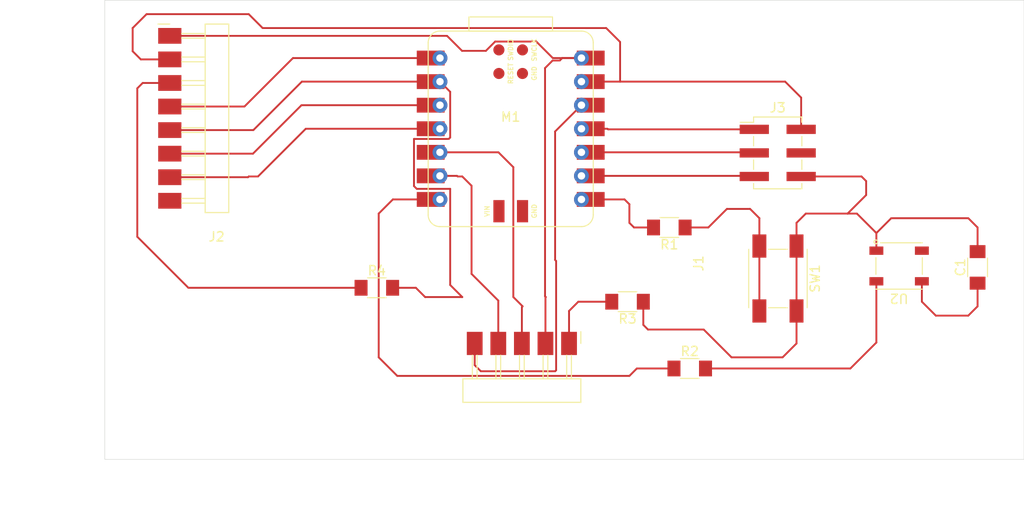
<source format=kicad_pcb>
(kicad_pcb (version 20240108) (generator "pcbnew") (generator_version "8.0")
  (layers (0 "F.Cu" signal) (31 "B.Cu" signal) (34 "B.Paste" user) (35 "F.Paste" user) (36 "B.SilkS" user "B.Silkscreen") (37 "F.SilkS" user "F.Silkscreen") (38 "B.Mask" user) (39 "F.Mask" user) (44 "Edge.Cuts" user))
  (net 0 "")
  (net 1 "Net-(J1-Pin_1)")
  (net 2 "/SLC")
  (net 3 "/SDA")
  (net 4 "Net-(J1-Pin_2)")
  (net 5 "/A0")
  (net 6 "/A1")
  (net 7 "/A3")
  (net 8 "/A2")
  (net 9 "/A9")
  (net 10 "/A8")
  (net 11 "/A10")
  (net 12 "/A6")
  (net 16 "/A7")
  (net 20 "Net-(R1-Pad1)")
  (net 21 "Net-(U2-DIN)")
  (net 23 "Net-(J1-Pin_5)")
  (footprint "fab:R_1206" (layer "F.Cu") (at 121.8 99.5)
    (property "Reference" "R4" (at 0 -1.85 360) (layer "F.SilkS"))
    (property "Value" "0")
    (fp_line (start -1 -1.07) (end 1 -1.07) (stroke (width 0.12)) (layer "F.SilkS"))
    (fp_line (start 1 1.07) (end -1 1.07) (stroke (width 0.12)) (layer "F.SilkS"))
    (pad "1" smd rect (at -1.7 0) (size 1.4 1.7) (layers "F.Cu" "F.Paste" "F.Mask") (net 23 "Net-(J1-Pin_5)"))
    (pad "2" smd rect (at 1.7 0) (size 1.4 1.7) (layers "F.Cu" "F.Paste" "F.Mask") (net 6 "/A1"))
  )
  (footprint "fab:R_1206" (layer "F.Cu") (at 148.8 101 180)
    (property "Reference" "R3" (at 0 -1.85 360) (layer "F.SilkS"))
    (property "Value" "0")
    (fp_line (start 1 1.07) (end -1 1.07) (stroke (width 0.12)) (layer "F.SilkS"))
    (fp_line (start -1 -1.07) (end 1 -1.07) (stroke (width 0.12)) (layer "F.SilkS"))
    (pad "1" smd rect (at -1.7 0 180) (size 1.4 1.7) (layers "F.Cu" "F.Paste" "F.Mask") (net 1 "Net-(J1-Pin_1)"))
    (pad "2" smd rect (at 1.7 0 180) (size 1.4 1.7) (layers "F.Cu" "F.Paste" "F.Mask") (net 1 "Net-(J1-Pin_1)"))
  )
  (footprint "fab:LED_ADDR_Worldsemi_WS2812B" (layer "F.Cu") (at 178.05 97.15 180)
    (property "Reference" "U2" (at 0 -3.5 180) (layer "F.SilkS"))
    (property "Value" "LED_ADDR_Worldsemi_WS2812B")
    (fp_line (start 2.5 -0.9) (end 2.5 0.9) (stroke (width 0.12)) (layer "F.SilkS"))
    (fp_line (start 2.5 -2.5) (end -2.5 -2.5) (stroke (width 0.12)) (layer "F.SilkS"))
    (fp_line (start -2.5 2.5) (end 2 2.5) (stroke (width 0.12)) (layer "F.SilkS"))
    (fp_line (start -2.5 -0.9) (end -2.5 0.9) (stroke (width 0.12)) (layer "F.SilkS"))
    (fp_circle (center 2.5 2.6) (end 2.7 2.6) (stroke (width 0.12)) (fill none) (layer "F.SilkS"))
    (pad "1" smd rect (at -2.45 -1.65 180) (size 1.5 0.9) (layers "F.Cu" "F.Paste" "F.Mask") (net 4 "Net-(J1-Pin_2)"))
    (pad "2" smd rect (at -2.45 1.65 180) (size 1.5 0.9) (layers "F.Cu" "F.Paste" "F.Mask"))
    (pad "3" smd rect (at 2.45 1.65 180) (size 1.5 0.9) (layers "F.Cu" "F.Paste" "F.Mask") (net 1 "Net-(J1-Pin_1)"))
    (pad "4" smd rect (at 2.45 -1.65 180) (size 1.5 0.9) (layers "F.Cu" "F.Paste" "F.Mask") (net 21 "Net-(U2-DIN)"))
  )
  (footprint "fab:PinHeader_1x08_P2.54mm_Horizontal_SMD" (layer "F.Cu") (at 99.5 72.34)
    (property "Reference" "J2" (at 6 21.66 360) (layer "F.SilkS") (effects (justify right)))
    (property "Value" "Conn_PinHeader_1x08_P2.54mm_Horizontal_SMD")
    (fp_line (start -1.27 -1.27) (end 0 -1.27) (stroke (width 0.12)) (layer "F.SilkS"))
    (fp_line (start 3.81 -1.27) (end 6.35 -1.27) (stroke (width 0.12)) (layer "F.SilkS"))
    (fp_line (start 3.81 -0.254) (end 1.27 -0.254) (stroke (width 0.12)) (layer "F.SilkS"))
    (fp_line (start 3.81 0.254) (end 1.27 0.254) (stroke (width 0.12)) (layer "F.SilkS"))
    (fp_line (start 3.81 2.286) (end 1.27 2.286) (stroke (width 0.12)) (layer "F.SilkS"))
    (fp_line (start 3.81 2.794) (end 1.27 2.794) (stroke (width 0.12)) (layer "F.SilkS"))
    (fp_line (start 3.81 4.826) (end 1.27 4.826) (stroke (width 0.12)) (layer "F.SilkS"))
    (fp_line (start 3.81 5.334) (end 1.27 5.334) (stroke (width 0.12)) (layer "F.SilkS"))
    (fp_line (start 3.81 7.366) (end 1.27 7.366) (stroke (width 0.12)) (layer "F.SilkS"))
    (fp_line (start 3.81 7.874) (end 1.27 7.874) (stroke (width 0.12)) (layer "F.SilkS"))
    (fp_line (start 3.81 9.906) (end 1.27 9.906) (stroke (width 0.12)) (layer "F.SilkS"))
    (fp_line (start 3.81 10.414) (end 1.27 10.414) (stroke (width 0.12)) (layer "F.SilkS"))
    (fp_line (start 3.81 12.446) (end 1.27 12.446) (stroke (width 0.12)) (layer "F.SilkS"))
    (fp_line (start 3.81 12.954) (end 1.27 12.954) (stroke (width 0.12)) (layer "F.SilkS"))
    (fp_line (start 3.81 14.986) (end 1.27 14.986) (stroke (width 0.12)) (layer "F.SilkS"))
    (fp_line (start 3.81 15.494) (end 1.27 15.494) (stroke (width 0.12)) (layer "F.SilkS"))
    (fp_line (start 3.81 17.526) (end 1.27 17.526) (stroke (width 0.12)) (layer "F.SilkS"))
    (fp_line (start 3.81 18.034) (end 1.27 18.034) (stroke (width 0.12)) (layer "F.SilkS"))
    (fp_line (start 3.81 19.05) (end 3.81 -1.27) (stroke (width 0.12)) (layer "F.SilkS"))
    (fp_line (start 6.35 -1.27) (end 6.35 19.05) (stroke (width 0.12)) (layer "F.SilkS"))
    (fp_line (start 6.35 19.05) (end 3.81 19.05) (stroke (width 0.12)) (layer "F.SilkS"))
    (pad "1" smd rect (at 0 0) (size 2.5 1.7) (layers "F.Cu" "F.Paste" "F.Mask") (net 4 "Net-(J1-Pin_2)"))
    (pad "2" smd rect (at 0 2.54) (size 2.5 1.7) (layers "F.Cu" "F.Paste" "F.Mask") (net 1 "Net-(J1-Pin_1)"))
    (pad "3" smd rect (at 0 5.08) (size 2.5 1.7) (layers "F.Cu" "F.Paste" "F.Mask") (net 23 "Net-(J1-Pin_5)"))
    (pad "4" smd rect (at 0 7.62) (size 2.5 1.7) (layers "F.Cu" "F.Paste" "F.Mask") (net 5 "/A0"))
    (pad "5" smd rect (at 0 10.16) (size 2.5 1.7) (layers "F.Cu" "F.Paste" "F.Mask") (net 6 "/A1"))
    (pad "6" smd rect (at 0 12.7) (size 2.5 1.7) (layers "F.Cu" "F.Paste" "F.Mask") (net 8 "/A2"))
    (pad "7" smd rect (at 0 15.24) (size 2.5 1.7) (layers "F.Cu" "F.Paste" "F.Mask") (net 7 "/A3"))
    (pad "8" smd rect (at 0 17.78) (size 2.5 1.7) (layers "F.Cu" "F.Paste" "F.Mask") (net 1 "Net-(J1-Pin_1)"))
  )
  (footprint "fab:R_1206" (layer "F.Cu") (at 155.5 108.2)
    (property "Reference" "R2" (at 0 -1.85 360) (layer "F.SilkS"))
    (property "Value" "1K")
    (fp_line (start -1 -1.07) (end 1 -1.07) (stroke (width 0.12)) (layer "F.SilkS"))
    (fp_line (start 1 1.07) (end -1 1.07) (stroke (width 0.12)) (layer "F.SilkS"))
    (pad "1" smd rect (at -1.7 0) (size 1.4 1.7) (layers "F.Cu" "F.Paste" "F.Mask") (net 12 "/A6"))
    (pad "2" smd rect (at 1.7 0) (size 1.4 1.7) (layers "F.Cu" "F.Paste" "F.Mask") (net 21 "Net-(U2-DIN)"))
  )
  (footprint "fab:PinHeader_2x03_P2.54mm_Vertical_SMD" (layer "F.Cu") (at 164.975 84.96)
    (property "Reference" "J3" (at 0 -4.87 360) (layer "F.SilkS"))
    (property "Value" "Conn_PinHeader_2x03_P2.54mm_Vertical_SMD")
    (fp_line (start -4.04 -3.3) (end -2.6 -3.3) (stroke (width 0.12)) (layer "F.SilkS"))
    (fp_line (start -2.6 -3.87) (end -2.6 -3.3) (stroke (width 0.12)) (layer "F.SilkS"))
    (fp_line (start -2.6 -3.87) (end 2.6 -3.87) (stroke (width 0.12)) (layer "F.SilkS"))
    (fp_line (start -2.6 -1.78) (end -2.6 -0.76) (stroke (width 0.12)) (layer "F.SilkS"))
    (fp_line (start -2.6 0.76) (end -2.6 1.78) (stroke (width 0.12)) (layer "F.SilkS"))
    (fp_line (start -2.6 3.3) (end -2.6 3.87) (stroke (width 0.12)) (layer "F.SilkS"))
    (fp_line (start -2.6 3.87) (end 2.6 3.87) (stroke (width 0.12)) (layer "F.SilkS"))
    (fp_line (start 2.6 -3.87) (end 2.6 -3.3) (stroke (width 0.12)) (layer "F.SilkS"))
    (fp_line (start 2.6 -1.78) (end 2.6 -0.76) (stroke (width 0.12)) (layer "F.SilkS"))
    (fp_line (start 2.6 0.76) (end 2.6 1.78) (stroke (width 0.12)) (layer "F.SilkS"))
    (fp_line (start 2.6 3.3) (end 2.6 3.87) (stroke (width 0.12)) (layer "F.SilkS"))
    (pad "1" smd rect (at -2.525 -2.54) (size 3.15 1) (layers "F.Cu" "F.Paste" "F.Mask") (net 11 "/A10"))
    (pad "2" smd rect (at 2.525 -2.54) (size 3.15 1) (layers "F.Cu" "F.Paste" "F.Mask") (net 1 "Net-(J1-Pin_1)"))
    (pad "3" smd rect (at -2.525 0) (size 3.15 1) (layers "F.Cu" "F.Paste" "F.Mask") (net 9 "/A9"))
    (pad "4" smd rect (at 2.525 0) (size 3.15 1) (layers "F.Cu" "F.Paste" "F.Mask") (net 1 "Net-(J1-Pin_1)"))
    (pad "5" smd rect (at -2.525 2.54) (size 3.15 1) (layers "F.Cu" "F.Paste" "F.Mask") (net 10 "/A8"))
    (pad "6" smd rect (at 2.525 2.54) (size 3.15 1) (layers "F.Cu" "F.Paste" "F.Mask") (net 1 "Net-(J1-Pin_1)"))
  )
  (footprint "fab:Button_Omron_B3SN_6.0x6.0mm" (layer "F.Cu") (at 165 98.5 -90)
    (property "Reference" "SW1" (at 0 -4 90) (layer "F.SilkS"))
    (property "Value" "Switch_Tactile_Omron")
    (fp_line (start 3.15 3.15) (end -3.15 3.15) (stroke (width 0.12)) (layer "F.SilkS"))
    (fp_line (start -3.15 1) (end -3.15 -1) (stroke (width 0.12)) (layer "F.SilkS"))
    (fp_line (start 3.15 -1) (end 3.15 1) (stroke (width 0.12)) (layer "F.SilkS"))
    (fp_line (start -3.15 -3.15) (end 3.15 -3.15) (stroke (width 0.12)) (layer "F.SilkS"))
    (pad "1" smd rect (at -3.5 -2 270) (size 2.5 1.5) (layers "F.Cu" "F.Paste" "F.Mask") (net 1 "Net-(J1-Pin_1)"))
    (pad "1" smd rect (at 3.5 -2 270) (size 2.5 1.5) (layers "F.Cu" "F.Paste" "F.Mask") (net 1 "Net-(J1-Pin_1)"))
    (pad "2" smd rect (at -3.5 2 270) (size 2.5 1.5) (layers "F.Cu" "F.Paste" "F.Mask") (net 20 "Net-(R1-Pad1)"))
    (pad "2" smd rect (at 3.5 2 270) (size 2.5 1.5) (layers "F.Cu" "F.Paste" "F.Mask") (net 20 "Net-(R1-Pad1)"))
  )
  (footprint "fab:C_1206" (layer "F.Cu") (at 186.5 97.3 90)
    (property "Reference" "C1" (at 0 -1.85 90) (layer "F.SilkS"))
    (property "Value" "0.1")
    (fp_line (start -1 -1.07) (end 1 -1.07) (stroke (width 0.12)) (layer "F.SilkS"))
    (fp_line (start 1 1.07) (end -1 1.07) (stroke (width 0.12)) (layer "F.SilkS"))
    (pad "1" smd rect (at -1.7 0 90) (size 1.4 1.7) (layers "F.Cu" "F.Paste" "F.Mask") (net 4 "Net-(J1-Pin_2)"))
    (pad "2" smd rect (at 1.7 0 90) (size 1.4 1.7) (layers "F.Cu" "F.Paste" "F.Mask") (net 1 "Net-(J1-Pin_1)"))
  )
  (footprint "fab:R_1206" (layer "F.Cu") (at 153.3 93 180)
    (property "Reference" "R1" (at 0 -1.85 360) (layer "F.SilkS"))
    (property "Value" "1K")
    (fp_line (start 1 1.07) (end -1 1.07) (stroke (width 0.12)) (layer "F.SilkS"))
    (fp_line (start -1 -1.07) (end 1 -1.07) (stroke (width 0.12)) (layer "F.SilkS"))
    (pad "1" smd rect (at -1.7 0 180) (size 1.4 1.7) (layers "F.Cu" "F.Paste" "F.Mask") (net 20 "Net-(R1-Pad1)"))
    (pad "2" smd rect (at 1.7 0 180) (size 1.4 1.7) (layers "F.Cu" "F.Paste" "F.Mask") (net 16 "/A7"))
  )
  (footprint "fab:PinHeader_1x05_P2.54mm_Horizontal_SMD" (layer "F.Cu") (at 142.5 105.5 -90)
    (property "Reference" "J1" (at -7.676 -13.96 -90) (layer "F.SilkS") (effects (justify left)))
    (property "Value" "Conn_PinHeader_1x05_P2.54mm_Horizontal_SMD")
    (fp_line (start 3.81 11.43) (end 3.81 -1.27) (stroke (width 0.12)) (layer "F.SilkS"))
    (fp_line (start 6.35 11.43) (end 3.81 11.43) (stroke (width 0.12)) (layer "F.SilkS"))
    (fp_line (start 3.81 10.414) (end 1.27 10.414) (stroke (width 0.12)) (layer "F.SilkS"))
    (fp_line (start 3.81 9.906) (end 1.27 9.906) (stroke (width 0.12)) (layer "F.SilkS"))
    (fp_line (start 3.81 7.874) (end 1.27 7.874) (stroke (width 0.12)) (layer "F.SilkS"))
    (fp_line (start 3.81 7.366) (end 1.27 7.366) (stroke (width 0.12)) (layer "F.SilkS"))
    (fp_line (start 3.81 5.334) (end 1.27 5.334) (stroke (width 0.12)) (layer "F.SilkS"))
    (fp_line (start 3.81 4.826) (end 1.27 4.826) (stroke (width 0.12)) (layer "F.SilkS"))
    (fp_line (start 3.81 2.794) (end 1.27 2.794) (stroke (width 0.12)) (layer "F.SilkS"))
    (fp_line (start 3.81 2.286) (end 1.27 2.286) (stroke (width 0.12)) (layer "F.SilkS"))
    (fp_line (start 3.81 0.254) (end 1.27 0.254) (stroke (width 0.12)) (layer "F.SilkS"))
    (fp_line (start 3.81 -0.254) (end 1.27 -0.254) (stroke (width 0.12)) (layer "F.SilkS"))
    (fp_line (start -1.27 -1.27) (end 0 -1.27) (stroke (width 0.12)) (layer "F.SilkS"))
    (fp_line (start 3.81 -1.27) (end 6.35 -1.27) (stroke (width 0.12)) (layer "F.SilkS"))
    (fp_line (start 6.35 -1.27) (end 6.35 11.43) (stroke (width 0.12)) (layer "F.SilkS"))
    (pad "1" smd rect (at 0 0 270) (size 2.5 1.7) (layers "F.Cu" "F.Paste" "F.Mask") (net 1 "Net-(J1-Pin_1)"))
    (pad "2" smd rect (at 0 2.54 270) (size 2.5 1.7) (layers "F.Cu" "F.Paste" "F.Mask") (net 4 "Net-(J1-Pin_2)"))
    (pad "3" smd rect (at 0 5.08 270) (size 2.5 1.7) (layers "F.Cu" "F.Paste" "F.Mask") (net 3 "/SDA"))
    (pad "4" smd rect (at 0 7.62 270) (size 2.5 1.7) (layers "F.Cu" "F.Paste" "F.Mask") (net 2 "/SLC"))
    (pad "5" smd rect (at 0 10.16 270) (size 2.5 1.7) (layers "F.Cu" "F.Paste" "F.Mask") (net 23 "Net-(J1-Pin_5)"))
  )
  (footprint "fab:SeeedStudio_XIAO_RP2040" (layer "F.Cu") (at 136.215 82.355)
    (property "Reference" "M1" (at 0 -1.27 0) (layer "F.SilkS"))
    (property "Value" "Module_XIAO-RP2040")
    (fp_line (start -8.8875 9.281) (end -8.8875 -9.261) (stroke (width 0.12)) (layer "F.SilkS"))
    (fp_line (start -7.6175 -10.531) (end 7.6225 -10.531) (stroke (width 0.12)) (layer "F.SilkS"))
    (fp_line (start 7.6225 10.551) (end -7.6175 10.551) (stroke (width 0.12)) (layer "F.SilkS"))
    (fp_line (start 8.8925 -9.261) (end 8.8925 9.281) (stroke (width 0.12)) (layer "F.SilkS"))
    (fp_rect (start -4.4975 -10.531) (end 4.5025 -12.055) (stroke (width 0.12)) (fill none) (layer "F.SilkS"))
    (fp_arc (start -8.8875 -9.261) (mid -8.515526 -10.159026) (end -7.6175 -10.531) (stroke (width 0.12)) (layer "F.SilkS"))
    (fp_arc (start -7.6175 10.551) (mid -8.515526 10.179026) (end -8.8875 9.281) (stroke (width 0.12)) (layer "F.SilkS"))
    (fp_arc (start 7.6225 -10.531) (mid 8.520526 -10.159026) (end 8.8925 -9.261) (stroke (width 0.12)) (layer "F.SilkS"))
    (fp_arc (start 8.8925 9.281) (mid 8.520526 10.179026) (end 7.6225 10.551) (stroke (width 0.12)) (layer "F.SilkS"))
    (fp_text user "RESET" (at 0 -5.96 90) (layer "F.SilkS") (effects (font (size 0.5 0.5) (thickness 0.1) (bold yes))))
    (fp_text user "GND" (at 2.54 -5.96 90) (layer "F.SilkS") (effects (font (size 0.5 0.5) (thickness 0.1) (bold yes))))
    (fp_text user "VIN" (at -2.535 8.89 90) (layer "F.SilkS") (effects (font (size 0.5 0.5) (thickness 0.1) (bold yes))))
    (fp_text user "SWDIO" (at 0 -8.5 90) (layer "F.SilkS") (effects (font (size 0.5 0.5) (thickness 0.1) (bold yes))))
    (fp_text user "SWCLK" (at 2.54 -8.5 90) (layer "F.SilkS") (effects (font (size 0.5 0.5) (thickness 0.1) (bold yes))))
    (fp_text user "GND" (at 2.545 8.89 90) (layer "F.SilkS") (effects (font (size 0.5 0.5) (thickness 0.1) (bold yes))))
    (pad "1" thru_hole circle (at -7.615 -7.62) (size 1.6 1.6) (drill 0.8) (layers "*.Cu" "*.Mask") (net 5 "/A0"))
    (pad "1" smd rect (at -7.615 -7.62) (size 3 1.6) (drill (offset -1 0)) (layers "F.Cu" "F.Paste" "F.Mask") (net 5 "/A0"))
    (pad "2" thru_hole circle (at -7.615 -5.08) (size 1.6 1.6) (drill 0.8) (layers "*.Cu" "*.Mask") (net 6 "/A1"))
    (pad "2" smd rect (at -7.615 -5.08) (size 3 1.6) (drill (offset -1 0)) (layers "F.Cu" "F.Paste" "F.Mask") (net 6 "/A1"))
    (pad "3" thru_hole circle (at -7.615 -2.54) (size 1.6 1.6) (drill 0.8) (layers "*.Cu" "*.Mask") (net 8 "/A2"))
    (pad "3" smd rect (at -7.615 -2.54) (size 3 1.6) (drill (offset -1 0)) (layers "F.Cu" "F.Paste" "F.Mask") (net 8 "/A2"))
    (pad "4" thru_hole circle (at -7.615 0) (size 1.6 1.6) (drill 0.8) (layers "*.Cu" "*.Mask") (net 7 "/A3"))
    (pad "4" smd rect (at -7.615 0) (size 3 1.6) (drill (offset -1 0)) (layers "F.Cu" "F.Paste" "F.Mask") (net 7 "/A3"))
    (pad "5" thru_hole circle (at -7.615 2.54) (size 1.6 1.6) (drill 0.8) (layers "*.Cu" "*.Mask") (net 3 "/SDA"))
    (pad "5" smd rect (at -7.615 2.54) (size 3 1.6) (drill (offset -1 0)) (layers "F.Cu" "F.Paste" "F.Mask") (net 3 "/SDA"))
    (pad "6" thru_hole circle (at -7.615 5.08) (size 1.6 1.6) (drill 0.8) (layers "*.Cu" "*.Mask") (net 2 "/SLC"))
    (pad "6" smd rect (at -7.615 5.08) (size 3 1.6) (drill (offset -1 0)) (layers "F.Cu" "F.Paste" "F.Mask") (net 2 "/SLC"))
    (pad "7" thru_hole circle (at -7.615 7.62) (size 1.6 1.6) (drill 0.8) (layers "*.Cu" "*.Mask") (net 12 "/A6"))
    (pad "7" smd rect (at -7.615 7.62) (size 3 1.6) (drill (offset -1 0)) (layers "F.Cu" "F.Paste" "F.Mask") (net 12 "/A6"))
    (pad "8" thru_hole circle (at 7.62 7.62) (size 1.6 1.6) (drill 0.8) (layers "*.Cu" "*.Mask") (net 16 "/A7"))
    (pad "8" smd rect (at 7.62 7.62) (size 3 1.6) (drill (offset 1 0)) (layers "F.Cu" "F.Paste" "F.Mask") (net 16 "/A7"))
    (pad "9" thru_hole circle (at 7.62 5.08) (size 1.6 1.6) (drill 0.8) (layers "*.Cu" "*.Mask") (net 10 "/A8"))
    (pad "9" smd rect (at 7.62 5.08) (size 3 1.6) (drill (offset 1 0)) (layers "F.Cu" "F.Paste" "F.Mask") (net 10 "/A8"))
    (pad "10" thru_hole circle (at 7.62 2.54) (size 1.6 1.6) (drill 0.8) (layers "*.Cu" "*.Mask") (net 9 "/A9"))
    (pad "10" smd rect (at 7.62 2.54) (size 3 1.6) (drill (offset 1 0)) (layers "F.Cu" "F.Paste" "F.Mask") (net 9 "/A9"))
    (pad "11" thru_hole circle (at 7.62 0) (size 1.6 1.6) (drill 0.8) (layers "*.Cu" "*.Mask") (net 11 "/A10"))
    (pad "11" smd rect (at 7.62 0) (size 3 1.6) (drill (offset 1 0)) (layers "F.Cu" "F.Paste" "F.Mask") (net 11 "/A10"))
    (pad "12" thru_hole circle (at 7.62 -2.54) (size 1.6 1.6) (drill 0.8) (layers "*.Cu" "*.Mask") (net 23 "Net-(J1-Pin_5)"))
    (pad "12" smd rect (at 7.62 -2.54) (size 3 1.6) (drill (offset 1 0)) (layers "F.Cu" "F.Paste" "F.Mask") (net 23 "Net-(J1-Pin_5)"))
    (pad "13" thru_hole circle (at 7.62 -5.08) (size 1.6 1.6) (drill 0.8) (layers "*.Cu" "*.Mask") (net 1 "Net-(J1-Pin_1)"))
    (pad "13" smd rect (at 7.62 -5.08) (size 3 1.6) (drill (offset 1 0)) (layers "F.Cu" "F.Paste" "F.Mask") (net 1 "Net-(J1-Pin_1)"))
    (pad "14" thru_hole circle (at 7.62 -7.62) (size 1.6 1.6) (drill 0.8) (layers "*.Cu" "*.Mask") (net 4 "Net-(J1-Pin_2)"))
    (pad "14" smd rect (at 7.62 -7.62) (size 3 1.6) (drill (offset 1 0)) (layers "F.Cu" "F.Paste" "F.Mask") (net 4 "Net-(J1-Pin_2)"))
    (pad "15" smd rect (at 1.275 8.89 270) (size 2.4 1.2) (layers "F.Cu" "F.Paste" "F.Mask"))
    (pad "16" smd rect (at -1.265 8.89 270) (size 2.4 1.2) (layers "F.Cu" "F.Paste" "F.Mask"))
    (pad "17" smd circle (at -1.27 -8.5) (size 1.2 1.2) (layers "F.Cu" "F.Paste" "F.Mask"))
    (pad "18" smd circle (at -1.27 -5.96) (size 1.2 1.2) (layers "F.Cu" "F.Paste" "F.Mask"))
    (pad "19" smd circle (at 1.27 -5.96) (size 1.2 1.2) (layers "F.Cu" "F.Paste" "F.Mask"))
    (pad "20" smd circle (at 1.27 -8.5) (size 1.2 1.2) (layers "F.Cu" "F.Paste" "F.Mask"))
  )
  (gr_rect (start 92.5 68.5) (end 191.5 118) (stroke (width 0.05)) (fill none) (layer "Edge.Cuts"))
  (segment (start 186.5 93) (end 185.5 92) (width 0.2) (layer "F.Cu") (net 1))
  (segment (start 146.5 71.5) (end 148 73) (width 0.2) (layer "F.Cu") (net 1))
  (segment (start 186.5 95.6) (end 186.5 93) (width 0.2) (layer "F.Cu") (net 1))
  (segment (start 99.5 74.88) (end 96.38 74.88) (width 0.2) (layer "F.Cu") (net 1))
  (segment (start 168 91.5) (end 172.5 91.5) (width 0.2) (layer "F.Cu") (net 1))
  (segment (start 174.5 88) (end 174 87.5) (width 0.2) (layer "F.Cu") (net 1))
  (segment (start 167 92.5) (end 168 91.5) (width 0.2) (layer "F.Cu") (net 1))
  (segment (start 109.5 71.5) (end 146.5 71.5) (width 0.2) (layer "F.Cu") (net 1))
  (segment (start 174 87.5) (end 167.5 87.5) (width 0.2) (layer "F.Cu") (net 1))
  (segment (start 165.5 107) (end 160 107) (width 0.2) (layer "F.Cu") (net 1))
  (segment (start 157 104) (end 151 104) (width 0.2) (layer "F.Cu") (net 1))
  (segment (start 150.5 103.5) (end 150.5 101) (width 0.2) (layer "F.Cu") (net 1))
  (segment (start 175.5 93.5) (end 173.5 91.5) (width 0.2) (layer "F.Cu") (net 1))
  (segment (start 165.775 77.275) (end 148 77.275) (width 0.2) (layer "F.Cu") (net 1))
  (segment (start 174.5 89.5) (end 174.5 88) (width 0.2) (layer "F.Cu") (net 1))
  (segment (start 177.2 92) (end 175.6 93.6) (width 0.2) (layer "F.Cu") (net 1))
  (segment (start 108 70) (end 109.5 71.5) (width 0.2) (layer "F.Cu") (net 1))
  (segment (start 167.5 79) (end 165.775 77.275) (width 0.2) (layer "F.Cu") (net 1))
  (segment (start 143.5 101) (end 147.1 101) (width 0.2) (layer "F.Cu") (net 1))
  (segment (start 95.5 74) (end 95.5 71.5) (width 0.2) (layer "F.Cu") (net 1))
  (segment (start 175.6 93.6) (end 175.5 93.5) (width 0.2) (layer "F.Cu") (net 1))
  (segment (start 167 102) (end 167 95) (width 0.2) (layer "F.Cu") (net 1))
  (segment (start 142.5 102) (end 143.5 101) (width 0.2) (layer "F.Cu") (net 1))
  (segment (start 160 107) (end 157 104) (width 0.2) (layer "F.Cu") (net 1))
  (segment (start 185.5 92) (end 177.2 92) (width 0.2) (layer "F.Cu") (net 1))
  (segment (start 167 102) (end 167 105.5) (width 0.2) (layer "F.Cu") (net 1))
  (segment (start 172.5 91.5) (end 174.5 89.5) (width 0.2) (layer "F.Cu") (net 1))
  (segment (start 167 95) (end 167 92.5) (width 0.2) (layer "F.Cu") (net 1))
  (segment (start 148 73) (end 148 77.275) (width 0.2) (layer "F.Cu") (net 1))
  (segment (start 148 77.275) (end 143.835 77.275) (width 0.2) (layer "F.Cu") (net 1))
  (segment (start 167.5 82.42) (end 167.5 79) (width 0.2) (layer "F.Cu") (net 1))
  (segment (start 151 104) (end 150.5 103.5) (width 0.2) (layer "F.Cu") (net 1))
  (segment (start 142.5 105.5) (end 142.5 102) (width 0.2) (layer "F.Cu") (net 1))
  (segment (start 175.5 95.4) (end 175.6 95.5) (width 0.2) (layer "F.Cu") (net 1))
  (segment (start 175.6 95.5) (end 175.6 93.6) (width 0.2) (layer "F.Cu") (net 1))
  (segment (start 167 105.5) (end 165.5 107) (width 0.2) (layer "F.Cu") (net 1))
  (segment (start 96.38 74.88) (end 95.5 74) (width 0.2) (layer "F.Cu") (net 1))
  (segment (start 95.5 71.5) (end 97 70) (width 0.2) (layer "F.Cu") (net 1))
  (segment (start 173.5 91.5) (end 172.5 91.5) (width 0.2) (layer "F.Cu") (net 1))
  (segment (start 97 70) (end 108 70) (width 0.2) (layer "F.Cu") (net 1))
  (segment (start 132 88.5) (end 131 87.5) (width 0.2) (layer "F.Cu") (net 2))
  (segment (start 130.435 87.435) (end 128.6 87.435) (width 0.2) (layer "F.Cu") (net 2))
  (segment (start 130.5 87.5) (end 130.435 87.435) (width 0.2) (layer "F.Cu") (net 2))
  (segment (start 134.88 105.5) (end 134.88 100.88) (width 0.2) (layer "F.Cu") (net 2))
  (segment (start 131 87.5) (end 130.5 87.5) (width 0.2) (layer "F.Cu") (net 2))
  (segment (start 132 98) (end 132 88.5) (width 0.2) (layer "F.Cu") (net 2))
  (segment (start 134.88 100.88) (end 132 98) (width 0.2) (layer "F.Cu") (net 2))
  (segment (start 134.895 84.895) (end 128.6 84.895) (width 0.2) (layer "F.Cu") (net 3))
  (segment (start 136.5 86.5) (end 134.895 84.895) (width 0.2) (layer "F.Cu") (net 3))
  (segment (start 136.5 100.5) (end 136.5 86.5) (width 0.2) (layer "F.Cu") (net 3))
  (segment (start 137.5 101.5) (end 136.5 100.5) (width 0.2) (layer "F.Cu") (net 3))
  (segment (start 137.42 101.58) (end 137.5 101.5) (width 0.2) (layer "F.Cu") (net 3))
  (segment (start 137.42 105.5) (end 137.42 101.58) (width 0.2) (layer "F.Cu") (net 3))
  (segment (start 139.915 75.813578) (end 140.728578 75) (width 0.2) (layer "F.Cu") (net 4))
  (segment (start 134.545 72.955) (end 138.973578 72.955) (width 0.2) (layer "F.Cu") (net 4))
  (segment (start 139.915 100.415) (end 139.915 75.813578) (width 0.2) (layer "F.Cu") (net 4))
  (segment (start 186.5 101.5) (end 185.5 102.5) (width 0.2) (layer "F.Cu") (net 4))
  (segment (start 138.973578 72.955) (end 140.753578 74.735) (width 0.2) (layer "F.Cu") (net 4))
  (segment (start 129.358578 72.34) (end 130.973578 73.955) (width 0.2) (layer "F.Cu") (net 4))
  (segment (start 186.5 99) (end 186.5 101.5) (width 0.2) (layer "F.Cu") (net 4))
  (segment (start 182 102.5) (end 180.5 101) (width 0.2) (layer "F.Cu") (net 4))
  (segment (start 186.5 99) (end 186 99) (width 0.2) (layer "F.Cu") (net 4))
  (segment (start 141.765 74.735) (end 143.835 74.735) (width 0.2) (layer "F.Cu") (net 4))
  (segment (start 140 100.5) (end 139.915 100.415) (width 0.2) (layer "F.Cu") (net 4))
  (segment (start 140.753578 74.735) (end 143.835 74.735) (width 0.2) (layer "F.Cu") (net 4))
  (segment (start 139.96 105.5) (end 139.96 100.54) (width 0.2) (layer "F.Cu") (net 4))
  (segment (start 180.5 101) (end 180.5 98.8) (width 0.2) (layer "F.Cu") (net 4))
  (segment (start 133.545 73.955) (end 134.545 72.955) (width 0.2) (layer "F.Cu") (net 4))
  (segment (start 185.5 102.5) (end 182 102.5) (width 0.2) (layer "F.Cu") (net 4))
  (segment (start 99.5 72.34) (end 129.358578 72.34) (width 0.2) (layer "F.Cu") (net 4))
  (segment (start 130.973578 73.955) (end 133.545 73.955) (width 0.2) (layer "F.Cu") (net 4))
  (segment (start 139.96 100.54) (end 140 100.5) (width 0.2) (layer "F.Cu") (net 4))
  (segment (start 141.5 75) (end 141.765 74.735) (width 0.2) (layer "F.Cu") (net 4))
  (segment (start 186 99) (end 185.8 98.8) (width 0.2) (layer "F.Cu") (net 4))
  (segment (start 140.728578 75) (end 141.5 75) (width 0.2) (layer "F.Cu") (net 4))
  (segment (start 99.5 79.96) (end 107.54 79.96) (width 0.2) (layer "F.Cu") (net 5))
  (segment (start 112.765 74.735) (end 128.6 74.735) (width 0.2) (layer "F.Cu") (net 5))
  (segment (start 107.54 79.96) (end 112.765 74.735) (width 0.2) (layer "F.Cu") (net 5))
  (segment (start 129.545 83.455) (end 129.7 83.3) (width 0.2) (layer "F.Cu") (net 6))
  (segment (start 129.7 78.375) (end 128.6 77.275) (width 0.2) (layer "F.Cu") (net 6))
  (segment (start 126.1 88.835) (end 125.8 88.535) (width 0.2) (layer "F.Cu") (net 6))
  (segment (start 108.5 82.5) (end 113.725 77.275) (width 0.2) (layer "F.Cu") (net 6))
  (segment (start 131 100.5) (end 129.7 99.2) (width 0.2) (layer "F.Cu") (net 6))
  (segment (start 125.8 83.455) (end 129.545 83.455) (width 0.2) (layer "F.Cu") (net 6))
  (segment (start 123.5 99.5) (end 126 99.5) (width 0.2) (layer "F.Cu") (net 6))
  (segment (start 129.7 88.835) (end 126.1 88.835) (width 0.2) (layer "F.Cu") (net 6))
  (segment (start 113.725 77.275) (end 128.6 77.275) (width 0.2) (layer "F.Cu") (net 6))
  (segment (start 126 99.5) (end 127 100.5) (width 0.2) (layer "F.Cu") (net 6))
  (segment (start 99.5 82.5) (end 108.5 82.5) (width 0.2) (layer "F.Cu") (net 6))
  (segment (start 129.7 99.2) (end 129.7 88.835) (width 0.2) (layer "F.Cu") (net 6))
  (segment (start 129.7 83.3) (end 129.7 78.375) (width 0.2) (layer "F.Cu") (net 6))
  (segment (start 127 100.5) (end 131 100.5) (width 0.2) (layer "F.Cu") (net 6))
  (segment (start 125.8 88.535) (end 125.8 83.455) (width 0.2) (layer "F.Cu") (net 6))
  (segment (start 108 87.5) (end 109 87.5) (width 0.2) (layer "F.Cu") (net 7))
  (segment (start 107.92 87.58) (end 108 87.5) (width 0.2) (layer "F.Cu") (net 7))
  (segment (start 109 87.5) (end 114.145 82.355) (width 0.2) (layer "F.Cu") (net 7))
  (segment (start 99.5 87.58) (end 107.92 87.58) (width 0.2) (layer "F.Cu") (net 7))
  (segment (start 114.145 82.355) (end 128.6 82.355) (width 0.2) (layer "F.Cu") (net 7))
  (segment (start 99.5 85.04) (end 108.46 85.04) (width 0.2) (layer "F.Cu") (net 8))
  (segment (start 113.685 79.815) (end 128.6 79.815) (width 0.2) (layer "F.Cu") (net 8))
  (segment (start 108.46 85.04) (end 113.685 79.815) (width 0.2) (layer "F.Cu") (net 8))
  (segment (start 162.385 84.895) (end 162.45 84.96) (width 0.2) (layer "F.Cu") (net 9))
  (segment (start 143.835 84.895) (end 162.385 84.895) (width 0.2) (layer "F.Cu") (net 9))
  (segment (start 143.835 87.435) (end 162.385 87.435) (width 0.2) (layer "F.Cu") (net 10))
  (segment (start 162.385 87.435) (end 162.45 87.5) (width 0.2) (layer "F.Cu") (net 10))
  (segment (start 146.71 82.42) (end 162.45 82.42) (width 0.2) (layer "F.Cu") (net 11))
  (segment (start 143.835 82.355) (end 146.645 82.355) (width 0.2) (layer "F.Cu") (net 11))
  (segment (start 146.645 82.355) (end 146.71 82.42) (width 0.2) (layer "F.Cu") (net 11))
  (segment (start 122 91.5) (end 123.525 89.975) (width 0.2) (layer "F.Cu") (net 12))
  (segment (start 149.8 108.2) (end 149 109) (width 0.2) (layer "F.Cu") (net 12))
  (segment (start 124 109) (end 122 107) (width 0.2) (layer "F.Cu") (net 12))
  (segment (start 123.525 89.975) (end 128.6 89.975) (width 0.2) (layer "F.Cu") (net 12))
  (segment (start 149 109) (end 124 109) (width 0.2) (layer "F.Cu") (net 12))
  (segment (start 122 107) (end 122 91.5) (width 0.2) (layer "F.Cu") (net 12))
  (segment (start 153.8 108.2) (end 149.8 108.2) (width 0.2) (layer "F.Cu") (net 12))
  (segment (start 149 90.5) (end 149 92.5) (width 0.2) (layer "F.Cu") (net 16))
  (segment (start 143.835 89.975) (end 148.475 89.975) (width 0.2) (layer "F.Cu") (net 16))
  (segment (start 149 92.5) (end 149.5 93) (width 0.2) (layer "F.Cu") (net 16))
  (segment (start 149.5 93) (end 151.6 93) (width 0.2) (layer "F.Cu") (net 16))
  (segment (start 148.475 89.975) (end 149 90.5) (width 0.2) (layer "F.Cu") (net 16))
  (segment (start 163 102) (end 163 95) (width 0.2) (layer "F.Cu") (net 20))
  (segment (start 162 91) (end 163 92) (width 0.2) (layer "F.Cu") (net 20))
  (segment (start 155 93) (end 157.5 93) (width 0.2) (layer "F.Cu") (net 20))
  (segment (start 163 92) (end 163 95) (width 0.2) (layer "F.Cu") (net 20))
  (segment (start 157.5 93) (end 159.5 91) (width 0.2) (layer "F.Cu") (net 20))
  (segment (start 159.5 91) (end 162 91) (width 0.2) (layer "F.Cu") (net 20))
  (segment (start 157.2 108.2) (end 172.8 108.2) (width 0.2) (layer "F.Cu") (net 21))
  (segment (start 172.8 108.2) (end 175.6 105.4) (width 0.2) (layer "F.Cu") (net 21))
  (segment (start 175.6 105.4) (end 175.6 98.8) (width 0.2) (layer "F.Cu") (net 21))
  (segment (start 141 108.5) (end 141.11 108.39) (width 0.2) (layer "F.Cu") (net 23))
  (segment (start 141.11 96.61) (end 141 96.5) (width 0.2) (layer "F.Cu") (net 23))
  (segment (start 96 94) (end 101.5 99.5) (width 0.2) (layer "F.Cu") (net 23))
  (segment (start 133 108.5) (end 141 108.5) (width 0.2) (layer "F.Cu") (net 23))
  (segment (start 96 78) (end 96 94) (width 0.2) (layer "F.Cu") (net 23))
  (segment (start 99.5 77.42) (end 96.58 77.42) (width 0.2) (layer "F.Cu") (net 23))
  (segment (start 132.34 107.84) (end 133 108.5) (width 0.2) (layer "F.Cu") (net 23))
  (segment (start 132.34 105.5) (end 132.34 107.84) (width 0.2) (layer "F.Cu") (net 23))
  (segment (start 141 96.5) (end 141 82.65) (width 0.2) (layer "F.Cu") (net 23))
  (segment (start 141 82.65) (end 143.835 79.815) (width 0.2) (layer "F.Cu") (net 23))
  (segment (start 141.11 108.39) (end 141.11 96.61) (width 0.2) (layer "F.Cu") (net 23))
  (segment (start 101.5 99.5) (end 120.1 99.5) (width 0.2) (layer "F.Cu") (net 23))
  (segment (start 96.58 77.42) (end 96 78) (width 0.2) (layer "F.Cu") (net 23))
)
</source>
